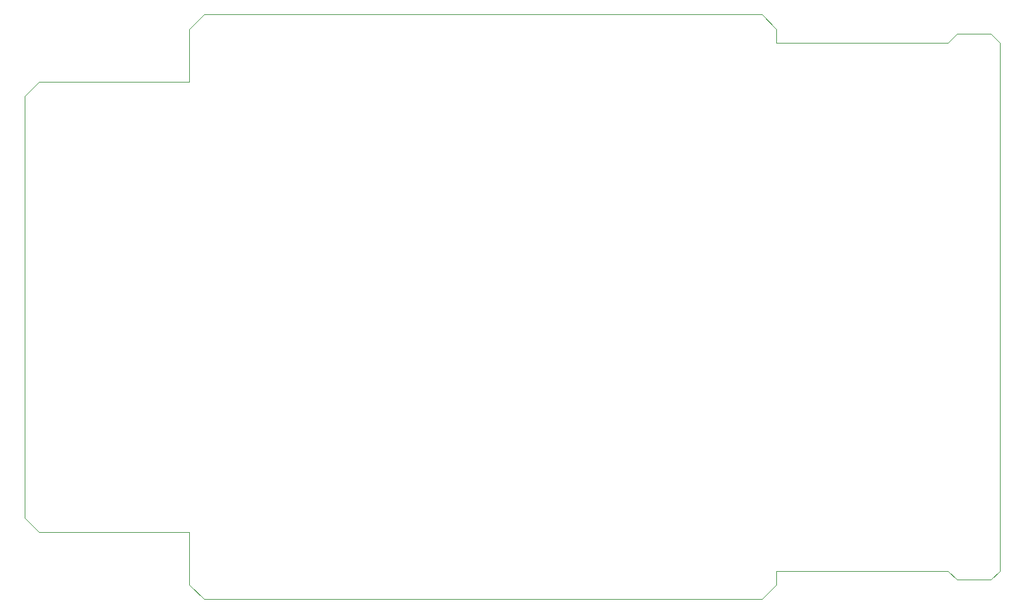
<source format=gko>
%FSLAX25Y25*%
%MOIN*%
G70*
G01*
G75*
G04 Layer_Color=16711935*
%ADD10R,0.03937X0.07874*%
G04:AMPARAMS|DCode=11|XSize=10mil|YSize=8mil|CornerRadius=0.2mil|HoleSize=0mil|Usage=FLASHONLY|Rotation=180.000|XOffset=0mil|YOffset=0mil|HoleType=Round|Shape=RoundedRectangle|*
%AMROUNDEDRECTD11*
21,1,0.01000,0.00760,0,0,180.0*
21,1,0.00960,0.00800,0,0,180.0*
1,1,0.00040,-0.00480,0.00380*
1,1,0.00040,0.00480,0.00380*
1,1,0.00040,0.00480,-0.00380*
1,1,0.00040,-0.00480,-0.00380*
%
%ADD11ROUNDEDRECTD11*%
G04:AMPARAMS|DCode=12|XSize=10mil|YSize=8mil|CornerRadius=0.2mil|HoleSize=0mil|Usage=FLASHONLY|Rotation=270.000|XOffset=0mil|YOffset=0mil|HoleType=Round|Shape=RoundedRectangle|*
%AMROUNDEDRECTD12*
21,1,0.01000,0.00760,0,0,270.0*
21,1,0.00960,0.00800,0,0,270.0*
1,1,0.00040,-0.00380,-0.00480*
1,1,0.00040,-0.00380,0.00480*
1,1,0.00040,0.00380,0.00480*
1,1,0.00040,0.00380,-0.00480*
%
%ADD12ROUNDEDRECTD12*%
G04:AMPARAMS|DCode=13|XSize=10mil|YSize=8mil|CornerRadius=0.2mil|HoleSize=0mil|Usage=FLASHONLY|Rotation=315.000|XOffset=0mil|YOffset=0mil|HoleType=Round|Shape=RoundedRectangle|*
%AMROUNDEDRECTD13*
21,1,0.01000,0.00760,0,0,315.0*
21,1,0.00960,0.00800,0,0,315.0*
1,1,0.00040,0.00071,-0.00608*
1,1,0.00040,-0.00608,0.00071*
1,1,0.00040,-0.00071,0.00608*
1,1,0.00040,0.00608,-0.00071*
%
%ADD13ROUNDEDRECTD13*%
G04:AMPARAMS|DCode=14|XSize=20mil|YSize=12mil|CornerRadius=0.3mil|HoleSize=0mil|Usage=FLASHONLY|Rotation=0.000|XOffset=0mil|YOffset=0mil|HoleType=Round|Shape=RoundedRectangle|*
%AMROUNDEDRECTD14*
21,1,0.02000,0.01140,0,0,0.0*
21,1,0.01940,0.01200,0,0,0.0*
1,1,0.00060,0.00970,-0.00570*
1,1,0.00060,-0.00970,-0.00570*
1,1,0.00060,-0.00970,0.00570*
1,1,0.00060,0.00970,0.00570*
%
%ADD14ROUNDEDRECTD14*%
G04:AMPARAMS|DCode=15|XSize=20mil|YSize=12mil|CornerRadius=0.3mil|HoleSize=0mil|Usage=FLASHONLY|Rotation=270.000|XOffset=0mil|YOffset=0mil|HoleType=Round|Shape=RoundedRectangle|*
%AMROUNDEDRECTD15*
21,1,0.02000,0.01140,0,0,270.0*
21,1,0.01940,0.01200,0,0,270.0*
1,1,0.00060,-0.00570,-0.00970*
1,1,0.00060,-0.00570,0.00970*
1,1,0.00060,0.00570,0.00970*
1,1,0.00060,0.00570,-0.00970*
%
%ADD15ROUNDEDRECTD15*%
%ADD16O,0.08268X0.01181*%
%ADD17O,0.01181X0.08268*%
%ADD18R,0.05906X0.05906*%
%ADD19R,0.03543X0.03543*%
%ADD20R,0.05000X0.11496*%
%ADD21R,0.13504X0.06496*%
%ADD22R,0.03740X0.03347*%
G04:AMPARAMS|DCode=23|XSize=137.8mil|YSize=100mil|CornerRadius=25mil|HoleSize=0mil|Usage=FLASHONLY|Rotation=270.000|XOffset=0mil|YOffset=0mil|HoleType=Round|Shape=RoundedRectangle|*
%AMROUNDEDRECTD23*
21,1,0.13780,0.05000,0,0,270.0*
21,1,0.08780,0.10000,0,0,270.0*
1,1,0.05000,-0.02500,-0.04390*
1,1,0.05000,-0.02500,0.04390*
1,1,0.05000,0.02500,0.04390*
1,1,0.05000,0.02500,-0.04390*
%
%ADD23ROUNDEDRECTD23*%
G04:AMPARAMS|DCode=24|XSize=137.8mil|YSize=50mil|CornerRadius=12.5mil|HoleSize=0mil|Usage=FLASHONLY|Rotation=270.000|XOffset=0mil|YOffset=0mil|HoleType=Round|Shape=RoundedRectangle|*
%AMROUNDEDRECTD24*
21,1,0.13780,0.02500,0,0,270.0*
21,1,0.11280,0.05000,0,0,270.0*
1,1,0.02500,-0.01250,-0.05640*
1,1,0.02500,-0.01250,0.05640*
1,1,0.02500,0.01250,0.05640*
1,1,0.02500,0.01250,-0.05640*
%
%ADD24ROUNDEDRECTD24*%
G04:AMPARAMS|DCode=25|XSize=17.72mil|YSize=35.43mil|CornerRadius=0mil|HoleSize=0mil|Usage=FLASHONLY|Rotation=225.000|XOffset=0mil|YOffset=0mil|HoleType=Round|Shape=Rectangle|*
%AMROTATEDRECTD25*
4,1,4,-0.00626,0.01879,0.01879,-0.00626,0.00626,-0.01879,-0.01879,0.00626,-0.00626,0.01879,0.0*
%
%ADD25ROTATEDRECTD25*%

%ADD26R,0.03543X0.05512*%
%ADD27R,0.06102X0.04921*%
%ADD28R,0.03347X0.03740*%
%ADD29R,0.03150X0.03543*%
%ADD30R,0.05512X0.03543*%
%ADD31R,0.05512X0.04528*%
%ADD32R,0.04134X0.02165*%
%ADD33R,0.09606X0.04449*%
%ADD34R,0.03937X0.03543*%
%ADD35R,0.03543X0.03937*%
%ADD36R,0.02165X0.06693*%
%ADD37R,0.03543X0.03150*%
%ADD38R,0.01772X0.03543*%
%ADD39R,0.04134X0.04134*%
%ADD40R,0.10512X0.03200*%
%ADD41R,0.02362X0.04134*%
%ADD42R,0.02165X0.04134*%
%ADD43R,0.10630X0.10236*%
%ADD44R,0.00984X0.03150*%
%ADD45R,0.03150X0.00984*%
%ADD46C,0.00800*%
%ADD47C,0.01600*%
%ADD48C,0.01000*%
%ADD49C,0.01400*%
%ADD50C,0.01200*%
%ADD51C,0.01100*%
%ADD52C,0.02000*%
%ADD53C,0.00900*%
%ADD54C,0.00600*%
%ADD55C,0.01800*%
%ADD56C,0.09055*%
%ADD57C,0.06000*%
%ADD58C,0.07087*%
%ADD59C,0.23000*%
%ADD60C,0.24000*%
%ADD61C,0.05512*%
%ADD62C,0.06299*%
%ADD63C,0.02500*%
%ADD64C,0.03000*%
%ADD65C,0.03500*%
%ADD66C,0.02700*%
%ADD67C,0.02800*%
%ADD68C,0.03800*%
%ADD69C,0.03200*%
%ADD70C,0.04000*%
%ADD71C,0.04200*%
%ADD72C,0.03900*%
%ADD73C,0.03700*%
%ADD74C,0.04800*%
%ADD75R,0.09843X0.11024*%
%ADD76R,0.02362X0.07874*%
%ADD77R,0.01181X0.07874*%
%ADD78R,0.03500X0.06500*%
%ADD79R,0.06496X0.01575*%
%ADD80R,0.02362X0.02362*%
%ADD81R,0.04134X0.02953*%
%ADD82R,0.06693X0.02362*%
%ADD83R,0.07087X0.04724*%
%ADD84R,0.01772X0.05512*%
%ADD85C,0.02600*%
%ADD86C,0.02800*%
%ADD87C,0.00500*%
%ADD88C,0.02362*%
%ADD89C,0.00787*%
%ADD90C,0.01181*%
%ADD91C,0.00394*%
%ADD92R,0.08400X0.07200*%
G04:AMPARAMS|DCode=93|XSize=16mil|YSize=14mil|CornerRadius=3.2mil|HoleSize=0mil|Usage=FLASHONLY|Rotation=180.000|XOffset=0mil|YOffset=0mil|HoleType=Round|Shape=RoundedRectangle|*
%AMROUNDEDRECTD93*
21,1,0.01600,0.00760,0,0,180.0*
21,1,0.00960,0.01400,0,0,180.0*
1,1,0.00640,-0.00480,0.00380*
1,1,0.00640,0.00480,0.00380*
1,1,0.00640,0.00480,-0.00380*
1,1,0.00640,-0.00480,-0.00380*
%
%ADD93ROUNDEDRECTD93*%
G04:AMPARAMS|DCode=94|XSize=16mil|YSize=14mil|CornerRadius=3.2mil|HoleSize=0mil|Usage=FLASHONLY|Rotation=270.000|XOffset=0mil|YOffset=0mil|HoleType=Round|Shape=RoundedRectangle|*
%AMROUNDEDRECTD94*
21,1,0.01600,0.00760,0,0,270.0*
21,1,0.00960,0.01400,0,0,270.0*
1,1,0.00640,-0.00380,-0.00480*
1,1,0.00640,-0.00380,0.00480*
1,1,0.00640,0.00380,0.00480*
1,1,0.00640,0.00380,-0.00480*
%
%ADD94ROUNDEDRECTD94*%
G04:AMPARAMS|DCode=95|XSize=16mil|YSize=14mil|CornerRadius=3.2mil|HoleSize=0mil|Usage=FLASHONLY|Rotation=315.000|XOffset=0mil|YOffset=0mil|HoleType=Round|Shape=RoundedRectangle|*
%AMROUNDEDRECTD95*
21,1,0.01600,0.00760,0,0,315.0*
21,1,0.00960,0.01400,0,0,315.0*
1,1,0.00640,0.00071,-0.00608*
1,1,0.00640,-0.00608,0.00071*
1,1,0.00640,-0.00071,0.00608*
1,1,0.00640,0.00608,-0.00071*
%
%ADD95ROUNDEDRECTD95*%
%ADD96O,0.08868X0.01781*%
%ADD97O,0.01781X0.08868*%
%ADD98R,0.06506X0.06506*%
%ADD99R,0.04143X0.04143*%
%ADD100R,0.05600X0.12096*%
%ADD101R,0.14104X0.07096*%
%ADD102R,0.04340X0.03947*%
G04:AMPARAMS|DCode=103|XSize=143.79mil|YSize=106mil|CornerRadius=28mil|HoleSize=0mil|Usage=FLASHONLY|Rotation=270.000|XOffset=0mil|YOffset=0mil|HoleType=Round|Shape=RoundedRectangle|*
%AMROUNDEDRECTD103*
21,1,0.14379,0.05000,0,0,270.0*
21,1,0.08780,0.10600,0,0,270.0*
1,1,0.05600,-0.02500,-0.04390*
1,1,0.05600,-0.02500,0.04390*
1,1,0.05600,0.02500,0.04390*
1,1,0.05600,0.02500,-0.04390*
%
%ADD103ROUNDEDRECTD103*%
G04:AMPARAMS|DCode=104|XSize=143.79mil|YSize=56mil|CornerRadius=15.5mil|HoleSize=0mil|Usage=FLASHONLY|Rotation=270.000|XOffset=0mil|YOffset=0mil|HoleType=Round|Shape=RoundedRectangle|*
%AMROUNDEDRECTD104*
21,1,0.14379,0.02500,0,0,270.0*
21,1,0.11280,0.05600,0,0,270.0*
1,1,0.03100,-0.01250,-0.05640*
1,1,0.03100,-0.01250,0.05640*
1,1,0.03100,0.01250,0.05640*
1,1,0.03100,0.01250,-0.05640*
%
%ADD104ROUNDEDRECTD104*%
G04:AMPARAMS|DCode=105|XSize=23.72mil|YSize=41.43mil|CornerRadius=0mil|HoleSize=0mil|Usage=FLASHONLY|Rotation=225.000|XOffset=0mil|YOffset=0mil|HoleType=Round|Shape=Rectangle|*
%AMROTATEDRECTD105*
4,1,4,-0.00626,0.02303,0.02303,-0.00626,0.00626,-0.02303,-0.02303,0.00626,-0.00626,0.02303,0.0*
%
%ADD105ROTATEDRECTD105*%

%ADD106R,0.04143X0.06112*%
%ADD107R,0.06702X0.05521*%
%ADD108R,0.03947X0.04340*%
%ADD109R,0.03750X0.04143*%
%ADD110R,0.06112X0.04143*%
%ADD111R,0.06112X0.05128*%
%ADD112R,0.04734X0.02765*%
%ADD113R,0.10206X0.05049*%
%ADD114R,0.04537X0.04143*%
%ADD115R,0.04143X0.04537*%
%ADD116R,0.02765X0.07293*%
%ADD117R,0.04143X0.03750*%
%ADD118R,0.02372X0.04143*%
%ADD119R,0.04734X0.04734*%
%ADD120R,0.11112X0.03800*%
%ADD121R,0.02962X0.04734*%
%ADD122R,0.02765X0.04734*%
%ADD123R,0.11230X0.10836*%
%ADD124R,0.01584X0.03750*%
%ADD125R,0.03750X0.01584*%
%ADD126R,0.10630X0.09449*%
%ADD127R,0.04437X0.08374*%
%ADD128O,0.08768X0.01681*%
%ADD129O,0.01681X0.08768*%
%ADD130R,0.06406X0.06406*%
%ADD131R,0.04043X0.04043*%
%ADD132R,0.05500X0.11996*%
%ADD133R,0.14004X0.06996*%
%ADD134R,0.04240X0.03847*%
G04:AMPARAMS|DCode=135|XSize=142.79mil|YSize=105mil|CornerRadius=27.5mil|HoleSize=0mil|Usage=FLASHONLY|Rotation=270.000|XOffset=0mil|YOffset=0mil|HoleType=Round|Shape=RoundedRectangle|*
%AMROUNDEDRECTD135*
21,1,0.14279,0.05000,0,0,270.0*
21,1,0.08780,0.10500,0,0,270.0*
1,1,0.05500,-0.02500,-0.04390*
1,1,0.05500,-0.02500,0.04390*
1,1,0.05500,0.02500,0.04390*
1,1,0.05500,0.02500,-0.04390*
%
%ADD135ROUNDEDRECTD135*%
G04:AMPARAMS|DCode=136|XSize=142.79mil|YSize=55mil|CornerRadius=15mil|HoleSize=0mil|Usage=FLASHONLY|Rotation=270.000|XOffset=0mil|YOffset=0mil|HoleType=Round|Shape=RoundedRectangle|*
%AMROUNDEDRECTD136*
21,1,0.14279,0.02500,0,0,270.0*
21,1,0.11280,0.05500,0,0,270.0*
1,1,0.03000,-0.01250,-0.05640*
1,1,0.03000,-0.01250,0.05640*
1,1,0.03000,0.01250,0.05640*
1,1,0.03000,0.01250,-0.05640*
%
%ADD136ROUNDEDRECTD136*%
G04:AMPARAMS|DCode=137|XSize=22.72mil|YSize=40.43mil|CornerRadius=0mil|HoleSize=0mil|Usage=FLASHONLY|Rotation=225.000|XOffset=0mil|YOffset=0mil|HoleType=Round|Shape=Rectangle|*
%AMROTATEDRECTD137*
4,1,4,-0.00626,0.02233,0.02233,-0.00626,0.00626,-0.02233,-0.02233,0.00626,-0.00626,0.02233,0.0*
%
%ADD137ROTATEDRECTD137*%

%ADD138R,0.04043X0.06012*%
%ADD139R,0.06602X0.05421*%
%ADD140R,0.03847X0.04240*%
%ADD141R,0.03650X0.04043*%
%ADD142R,0.06012X0.04043*%
%ADD143R,0.06012X0.05028*%
%ADD144R,0.04634X0.02665*%
%ADD145R,0.10106X0.04949*%
%ADD146R,0.04437X0.04043*%
%ADD147R,0.04043X0.04437*%
%ADD148R,0.02665X0.07193*%
%ADD149R,0.04043X0.03650*%
%ADD150R,0.02272X0.04043*%
%ADD151R,0.04634X0.04634*%
%ADD152R,0.11012X0.03700*%
%ADD153R,0.02862X0.04634*%
%ADD154R,0.02665X0.04634*%
%ADD155R,0.11130X0.10736*%
%ADD156R,0.01484X0.03650*%
%ADD157R,0.03650X0.01484*%
%ADD158C,0.00500*%
%ADD159C,0.09555*%
%ADD160C,0.06500*%
%ADD161C,0.07587*%
%ADD162C,0.23500*%
%ADD163C,0.24500*%
%ADD164C,0.06012*%
%ADD165C,0.06799*%
%ADD166C,0.03300*%
%ADD167R,0.10343X0.11524*%
%ADD168R,0.02862X0.08374*%
%ADD169R,0.01681X0.08374*%
%ADD170R,0.04000X0.07000*%
%ADD171R,0.06996X0.02075*%
%ADD172R,0.02862X0.02862*%
%ADD173R,0.04634X0.03453*%
%ADD174R,0.07193X0.02862*%
%ADD175R,0.07587X0.05224*%
%ADD176R,0.02272X0.06012*%
%ADD177R,0.10443X0.11624*%
%ADD178R,0.02962X0.08474*%
%ADD179R,0.01781X0.08474*%
%ADD180R,0.04100X0.07100*%
%ADD181R,0.07096X0.02175*%
%ADD182R,0.02962X0.02962*%
%ADD183R,0.04734X0.03553*%
%ADD184R,0.07293X0.02962*%
%ADD185R,0.07687X0.05324*%
%ADD186R,0.02372X0.06112*%
%ADD187C,0.00400*%
%ADD188C,0.00100*%
D188*
X-129000Y-142500D02*
Y-115552D01*
X-129000Y-115551D02*
X-129000Y-115552D01*
X-206000Y-115551D02*
X-129000D01*
X-213500Y-108052D02*
X-206000Y-115551D01*
X-213500Y-108052D02*
Y108052D01*
X-206000Y115551D01*
X-129000D01*
X-129000Y115551D01*
Y142552D01*
X-121552Y150000D01*
X164552D01*
X172000Y142552D01*
Y135552D02*
Y142552D01*
Y135552D02*
X172000Y135552D01*
X260000D01*
X264448Y140000D01*
X282000D01*
X286500Y135500D01*
Y-135500D02*
Y135500D01*
X282000Y-140000D02*
X286500Y-135500D01*
X264449Y-140000D02*
X282000D01*
X260000Y-135551D02*
X264449Y-140000D01*
X172000Y-135551D02*
X260000D01*
X172000Y-135552D02*
X172000Y-135551D01*
X172000Y-142500D02*
Y-135552D01*
X164513Y-149987D02*
X172000Y-142500D01*
X-121513Y-149987D02*
X164513D01*
X-129000Y-142500D02*
X-121513Y-149987D01*
M02*

</source>
